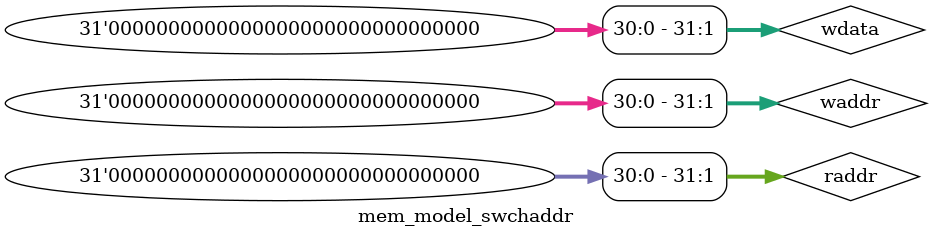
<source format=sv>


module mem_model_swchaddr(MEMIF_SWCHADDR.to_mem  memif,AXI_clks.to_rtl clks);

parameter DWIDTH = 32;
parameter AWIDTH = 32; 
parameter MEM_DEPTH = (1<<AWIDTH);

logic  [AWIDTH-1:0] waddr;
logic  [DWIDTH-1:0] wdata;
logic               write;
logic  [AWIDTH-1:0] raddr;
logic  [DWIDTH-1:0] rdata;

assign waddr          = memif.f0_waddr;
assign wdata          = memif.f0_wdata;
assign write          = memif.f0_write;
assign raddr          = memif.f0_raddr;
assign memif.f0_rdata = rdata;


reg [DWIDTH-1:0] mem[0:MEM_DEPTH-1];

logic [DWIDTH-1:0] m00,m01,m02,m03;
assign m00=mem[0];
assign m01=mem[1];
assign m02=mem[2];
assign m03=mem[3];

always @(*) begin
  rdata <= #1 mem[raddr];
end

always @(posedge(clks.clk)) begin
  if(write) begin
    mem[waddr]<=#1 wdata;
  end
end

endmodule

</source>
